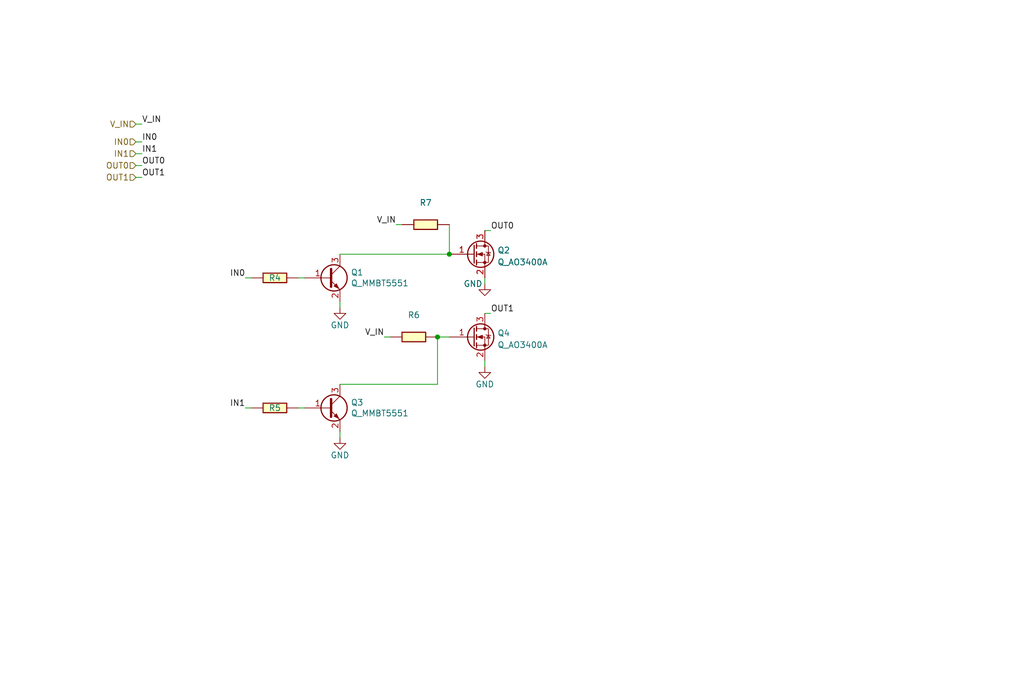
<source format=kicad_sch>
(kicad_sch (version 20211123) (generator eeschema)
  (paper "User" 219.989 150.012)
  (lib_symbols
    (symbol "Open Automation:Q_AO3400A" (pin_names (offset 0) hide)
      (property "Reference" "Q" (at 5.08 1.27 0))
      (property "Value" "Q_AO3400A" (at 5.08 -1.27 0))
      (symbol "Q_AO3400A_0_1"
        (polyline (pts (xy 0.762 -1.778) (xy 2.54 -1.778)))
        (polyline (pts (xy 0.762 -1.27) (xy 0.762 -2.286)) (stroke (width 0.254)))
        (polyline (pts (xy 0.762 0) (xy 2.54 0)))
        (polyline (pts (xy 0.762 0.508) (xy 0.762 -0.508)) (stroke (width 0.254)))
        (polyline (pts (xy 0.762 1.778) (xy 2.54 1.778)))
        (polyline (pts (xy 0.762 2.286) (xy 0.762 1.27)) (stroke (width 0.254)))
        (polyline (pts (xy 2.54 -1.778) (xy 2.54 -2.54)))
        (polyline (pts (xy 2.54 -1.778) (xy 2.54 0)))
        (polyline (pts (xy 2.54 2.54) (xy 2.54 1.778)))
        (polyline (pts (xy 0.254 1.905) (xy 0.254 -1.905) (xy 0.254 -1.905)) (stroke (width 0.254)))
        (polyline (pts (xy 1.016 0) (xy 2.032 0.381) (xy 2.032 -0.381) (xy 1.016 0)) (fill (type outline)))
        (polyline (pts (xy 2.54 -1.778) (xy 3.302 -1.778) (xy 3.302 1.778) (xy 2.54 1.778)))
        (polyline (pts (xy 2.794 0.508) (xy 2.921 0.381) (xy 3.683 0.381) (xy 3.81 0.254)))
        (polyline (pts (xy 3.302 0.381) (xy 2.921 -0.254) (xy 3.683 -0.254) (xy 3.302 0.381)))
        (circle (center 1.651 0) (radius 2.8194) (stroke (width 0.254)))
        (circle (center 2.54 -1.778) (radius 0.2794) (fill (type outline)))
        (circle (center 2.54 1.778) (radius 0.2794) (fill (type outline)))
      )
      (symbol "Q_AO3400A_1_1"
        (pin input line (at -5.08 0 0) (length 5.334) (name "G") (number "1"))
        (pin passive line (at 2.54 -5.08 90) (length 2.54) (name "S") (number "2"))
        (pin passive line (at 2.54 5.08 270) (length 2.54) (name "D") (number "3"))
      )
    )
    (symbol "Open Automation:R_10K_0402" (pin_numbers hide) (pin_names (offset 0))
      (property "Reference" "R" (at 0 0 90))
      (property "Value" "R_10K_0402" (at -1.905 0 90))
      (symbol "R_10K_0402_0_1"
        (rectangle (start -1.016 -2.54) (end 1.016 2.54) (stroke (width 0.254)) (fill (type background)))
      )
      (symbol "R_10K_0402_1_1"
        (pin passive line (at 0 -5.08 90) (length 2.54) (name "~") (number "1"))
        (pin passive line (at 0 5.08 270) (length 2.54) (name "~") (number "2"))
      )
    )
    (symbol "Q_MMBT5551_1" (pin_names (offset 0) hide)
      (property "Reference" "Q" (at 7.62 1.27 0))
      (property "Value" "Q_MMBT5551_1" (at 15.24 -1.27 0))
      (symbol "Q_MMBT5551_1_0_1"
        (polyline (pts (xy 0.635 0.635) (xy 2.54 2.54)))
        (polyline (pts (xy 0.635 -0.635) (xy 2.54 -2.54) (xy 2.54 -2.54)))
        (polyline (pts (xy 0.635 1.905) (xy 0.635 -1.905) (xy 0.635 -1.905)) (stroke (width 0.508)))
        (polyline (pts (xy 1.27 -1.778) (xy 1.778 -1.27) (xy 2.286 -2.286) (xy 1.27 -1.778) (xy 1.27 -1.778)) (fill (type outline)))
        (circle (center 1.27 0) (radius 2.8194) (stroke (width 0.254)))
      )
      (symbol "Q_MMBT5551_1_1_1"
        (pin passive line (at -5.08 0 0) (length 5.715) (name "B") (number "1"))
        (pin passive line (at 2.54 -5.08 90) (length 2.54) (name "E") (number "2"))
        (pin passive line (at 2.54 5.08 270) (length 2.54) (name "C") (number "3"))
      )
    )
    (symbol "power:GND" (power) (pin_names (offset 0))
      (property "Value" "GND" (at 0 -3.81 0))
      (symbol "GND_0_1"
        (polyline (pts (xy 0 0) (xy 0 -1.27) (xy 1.27 -1.27) (xy 0 -2.54) (xy -1.27 -1.27) (xy 0 -1.27)))
      )
      (symbol "GND_1_1"
        (pin power_in line (at 0 0 270) (length 0) hide (name "GND") (number "1"))
      )
    )
  )
  (junction (at 96.52 54.61))
  (junction (at 93.98 72.39))
  (wire (pts (xy 93.98 72.39) (xy 96.52 72.39)))
  (wire (pts (xy 64.135 59.69) (xy 65.405 59.69)))
  (wire (pts (xy 30.48 35.56) (xy 29.21 35.56)))
  (wire (pts (xy 104.14 60.96) (xy 104.14 59.69)))
  (wire (pts (xy 52.705 87.63) (xy 53.975 87.63)))
  (wire (pts (xy 73.025 93.98) (xy 73.025 92.71)))
  (wire (pts (xy 29.21 26.67) (xy 30.48 26.67)))
  (wire (pts (xy 104.14 78.74) (xy 104.14 77.47)))
  (wire (pts (xy 105.41 67.31) (xy 104.14 67.31)))
  (wire (pts (xy 29.21 33.02) (xy 30.48 33.02)))
  (wire (pts (xy 96.52 48.26) (xy 96.52 54.61)))
  (wire (pts (xy 73.025 66.04) (xy 73.025 64.77)))
  (wire (pts (xy 52.705 59.69) (xy 53.975 59.69)))
  (wire (pts (xy 93.98 82.55) (xy 93.98 72.39)))
  (wire (pts (xy 82.55 72.39) (xy 83.82 72.39)))
  (wire (pts (xy 29.21 38.1) (xy 30.48 38.1)))
  (wire (pts (xy 73.025 82.55) (xy 93.98 82.55)))
  (wire (pts (xy 30.48 30.48) (xy 29.21 30.48)))
  (wire (pts (xy 73.025 54.61) (xy 96.52 54.61)))
  (wire (pts (xy 105.41 49.53) (xy 104.14 49.53)))
  (wire (pts (xy 86.36 48.26) (xy 85.09 48.26)))
  (wire (pts (xy 64.135 87.63) (xy 65.405 87.63)))
  (label "IN0" (at 30.48 30.48 0))
  (label "OUT1" (at 30.48 38.1 0))
  (label "OUT0" (at 105.41 49.53 0))
  (label "OUT1" (at 105.41 67.31 0))
  (label "V_IN" (at 30.48 26.67 0))
  (label "OUT0" (at 30.48 35.56 0))
  (label "IN0" (at 52.705 59.69 180))
  (label "IN1" (at 52.705 87.63 180))
  (label "IN1" (at 30.48 33.02 0))
  (label "V_IN" (at 85.09 48.26 180))
  (label "V_IN" (at 82.55 72.39 180))
  (hierarchical_label "IN0" (shape input) (at 29.21 30.48 180))
  (hierarchical_label "OUT1" (shape input) (at 29.21 38.1 180))
  (hierarchical_label "IN1" (shape input) (at 29.21 33.02 180))
  (hierarchical_label "V_IN" (shape input) (at 29.21 26.67 180))
  (hierarchical_label "OUT0" (shape input) (at 29.21 35.56 180))
  (symbol (lib_id "power:GND") (at 104.14 60.96 0) (unit 1)
    (property "Reference" "#PWR023" (effects hide))
    (property "Value" "GND" (at 101.6 60.96 0))
  )
  (symbol (lib_id "power:GND") (at 104.14 78.74 0) (unit 1)
    (property "Reference" "#PWR024" (effects hide))
    (property "Value" "GND" (at 104.14 82.55 0))
  )
  (symbol (lib_id "power:GND") (at 73.025 66.04 0) (unit 1)
    (property "Reference" "#PWR021" (effects hide))
    (property "Value" "GND" (at 73.025 69.85 0))
  )
  (symbol (lib_id "power:GND") (at 73.025 93.98 0) (unit 1)
    (property "Reference" "#PWR0106" (effects hide))
    (property "Value" "GND" (at 73.025 97.79 0))
  )
  (symbol (lib_id "Open Automation:R_10K_0402") (at 59.055 87.63 90) (unit 1)
    (property "Reference" "R5" (at 59.055 87.63 90))
    (property "Footprint" "Resistor_SMD:R_0402_1005Metric_Pad0.72x0.64mm_HandSolder" (effects hide))
    (property "Datasheet" "https://datasheet.lcsc.com/szlcsc/Uniroyal-Elec-0402WGF1002TCE_C25744.pdf" (effects hide))
    (property "Part Number" "0402WGF1002TCE" (effects hide))
    (property "LCSC" "C25744" (effects hide))
  )
  (symbol (lib_id "Open Automation:R_10K_0402") (at 91.44 48.26 90) (unit 1)
    (property "Reference" "R7" (at 91.44 43.5442 90))
    (property "Footprint" "Resistor_SMD:R_0402_1005Metric_Pad0.72x0.64mm_HandSolder" (effects hide))
    (property "Datasheet" "https://datasheet.lcsc.com/szlcsc/Uniroyal-Elec-0402WGF1002TCE_C25744.pdf" (effects hide))
    (property "Part Number" "0402WGF1002TCE" (effects hide))
    (property "LCSC" "C25744" (effects hide))
  )
  (symbol (lib_id "Open Automation:R_10K_0402") (at 59.055 59.69 90) (unit 1)
    (property "Reference" "R4" (at 59.055 59.69 90))
    (property "Footprint" "Resistor_SMD:R_0402_1005Metric_Pad0.72x0.64mm_HandSolder" (effects hide))
    (property "Datasheet" "https://datasheet.lcsc.com/szlcsc/Uniroyal-Elec-0402WGF1002TCE_C25744.pdf" (effects hide))
    (property "Part Number" "0402WGF1002TCE" (effects hide))
    (property "LCSC" "C25744" (effects hide))
  )
  (symbol (lib_name "Q_MMBT5551_1") (lib_id "Open_Automation:Q_MMBT5551") (at 70.485 59.69 0) (unit 1)
    (property "Reference" "Q1" (at 75.3364 58.5216 0) (effects (justify left)))
    (property "Value" "Q_MMBT5551" (at 75.3364 60.833 0) (effects (justify left)))
    (property "Footprint" "Package_TO_SOT_SMD:SOT-23" (effects hide))
    (property "Datasheet" "https://datasheet.lcsc.com/szlcsc/Changjiang-Electronics-Tech-CJ-SS8050_C2150.pdf" (effects hide))
    (property "Part Number" "MMBT5551" (effects hide))
    (property "LCSC" "C2145" (effects hide))
  )
  (symbol (lib_name "Q_MMBT5551_1") (lib_id "Open_Automation:Q_MMBT5551") (at 70.485 87.63 0) (unit 1)
    (property "Reference" "Q3" (at 75.3364 86.4616 0) (effects (justify left)))
    (property "Value" "Q_MMBT5551" (at 75.3364 88.773 0) (effects (justify left)))
    (property "Footprint" "Package_TO_SOT_SMD:SOT-23" (effects hide))
    (property "Datasheet" "https://datasheet.lcsc.com/szlcsc/Changjiang-Electronics-Tech-CJ-SS8050_C2150.pdf" (effects hide))
    (property "Part Number" "MMBT5551" (effects hide))
    (property "LCSC" "C2145" (effects hide))
  )
  (symbol (lib_id "Open Automation:Q_AO3400A") (at 101.6 54.61 0) (unit 1)
    (property "Reference" "Q2" (at 106.8324 53.7753 0) (effects (justify left)))
    (property "Value" "Q_AO3400A" (at 106.8324 56.3122 0) (effects (justify left)))
    (property "Footprint" "Package_TO_SOT_SMD:SOT-23" (effects hide))
    (property "Datasheet" "https://datasheet.lcsc.com/lcsc/1811081213_Alpha-&-Omega-Semicon-AO3400A_C20917.pdf" (effects hide))
    (property "Part Number" "AO3400A" (effects hide))
    (property "LCSC" "C20917" (effects hide))
  )
  (symbol (lib_id "Open Automation:Q_AO3400A") (at 101.6 72.39 0) (unit 1)
    (property "Reference" "Q4" (at 106.8324 71.5553 0) (effects (justify left)))
    (property "Value" "Q_AO3400A" (at 106.8324 74.0922 0) (effects (justify left)))
    (property "Footprint" "Package_TO_SOT_SMD:SOT-23" (effects hide))
    (property "Datasheet" "https://datasheet.lcsc.com/lcsc/1811081213_Alpha-&-Omega-Semicon-AO3400A_C20917.pdf" (effects hide))
    (property "Part Number" "AO3400A" (effects hide))
    (property "LCSC" "C20917" (effects hide))
  )
  (symbol (lib_id "Open Automation:R_10K_0402") (at 88.9 72.39 90) (unit 1)
    (property "Reference" "R6" (at 88.9 67.6742 90))
    (property "Footprint" "Resistor_SMD:R_0402_1005Metric_Pad0.72x0.64mm_HandSolder" (effects hide))
    (property "Datasheet" "https://datasheet.lcsc.com/szlcsc/Uniroyal-Elec-0402WGF1002TCE_C25744.pdf" (effects hide))
    (property "Part Number" "0402WGF1002TCE" (effects hide))
    (property "LCSC" "C25744" (effects hide))
  )
)
</source>
